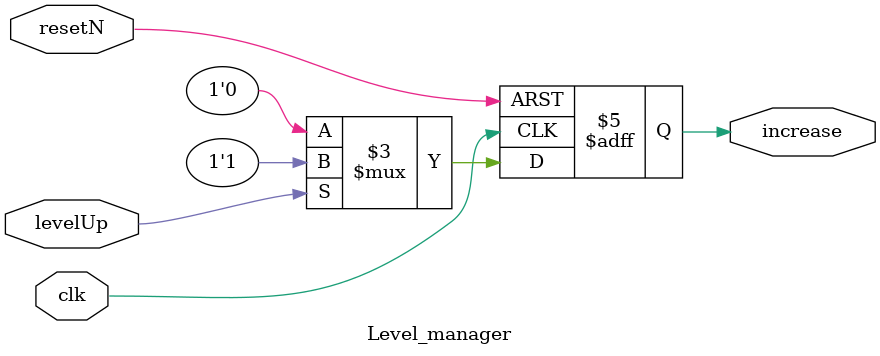
<source format=sv>
module Level_manager (
			input logic clk,
			input logic resetN,
			input logic levelUp, // pulse if lvl won and new stage started
			
			output logic increase // up to increase lvl graphic
);



always_ff@(posedge clk or negedge resetN)
begin
	if(!resetN) begin
			increase <= 1'b0;
	end
	
	else begin
		increase <= 1'b0;
		if (levelUp) 
			increase <= 1'b1;
	end
end

endmodule

</source>
